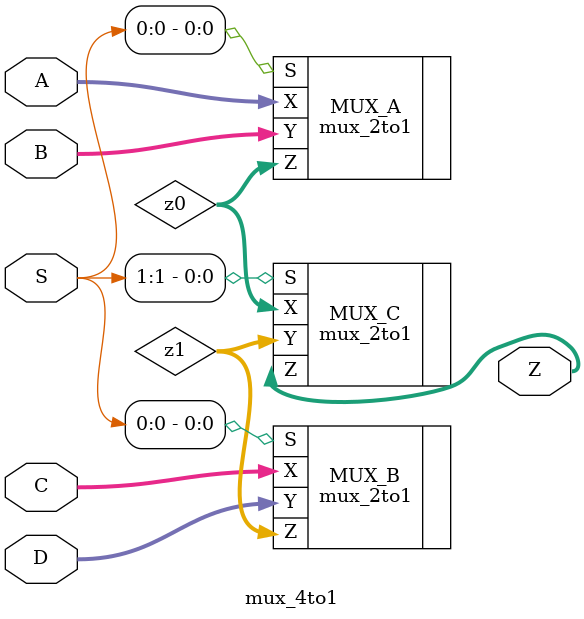
<source format=v>
`timescale 1ns / 1ps
`default_nettype none //helps catch typo-related bugs
module mux_4to1(A,B,C,D,Z,S);

	//parameter definitions
	parameter N = 8;

	//port definitions
	input  wire [(N - 1):0] A,B,C,D;
	output wire [(N - 1):0] Z;
	input  wire [1:0] S;
	wire [(N - 1):0] z0,z1;
	
	//first layer of multiplexing
	mux_2to1 #(.N(N)) MUX_A (.X(A), .Y(B), .S(S[0]), .Z(z0));
	mux_2to1 #(.N(N)) MUX_B (.X(C), .Y(D), .S(S[0]), .Z(z1));
	
	//second level
	mux_2to1 #(.N(N)) MUX_C (.X(z0), .Y(z1), .S(S[1]), .Z(Z));


endmodule
`default_nettype wire //some Xilinx IP requires that the default_nettype be set to wire

</source>
